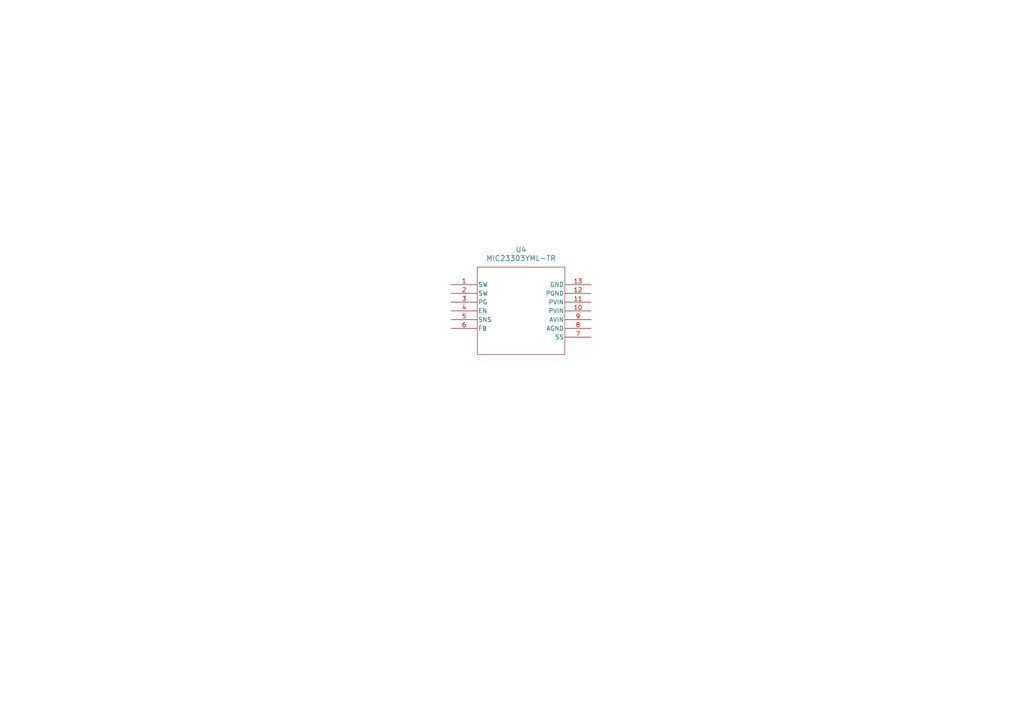
<source format=kicad_sch>
(kicad_sch (version 20231120) (generator "eeschema") (generator_version "8.0")
  (paper "A4")
  (title_block (title "FPGA - SmartFusion2") (company "IFSP - SBV, IFSP - GRU") (comment 2 "WILLIAN BUENO SANTOS") (comment 3 "ISRAEL RODRIGUES") (comment 4 "ADRIANO CÉSAR DE SOUSA PEREIRA"))
  (lib_symbols
    (symbol "2024-03-23_21-51-05:MIC23303YML-TR" (pin_names (offset 0.254))
      (property "Reference" "U" (at 20.32 10.16 0))
      (property "Value" "MIC23303YML-TR" (at 20.32 7.62 0))
      (symbol "MIC23303YML-TR_0_1"
        (polyline (pts (xy 7.62 -20.32) (xy 33.02 -20.32)) (stroke (width 0.127)))
        (polyline (pts (xy 7.62 5.08) (xy 7.62 -20.32)) (stroke (width 0.127)))
        (polyline (pts (xy 33.02 -20.32) (xy 33.02 5.08)) (stroke (width 0.127)))
        (polyline (pts (xy 33.02 5.08) (xy 7.62 5.08)) (stroke (width 0.127)))
        (pin output line (at 0 0 0) (length 7.62) (name "SW") (number "1"))
        (pin power_in line (at 40.64 -7.62 180) (length 7.62) (name "PVIN") (number "10"))
        (pin power_in line (at 40.64 -5.08 180) (length 7.62) (name "PVIN") (number "11"))
        (pin power_out line (at 40.64 -2.54 180) (length 7.62) (name "PGND") (number "12"))
        (pin power_out line (at 40.64 0 180) (length 7.62) (name "GND") (number "13"))
        (pin output line (at 0 -2.54 0) (length 7.62) (name "SW") (number "2"))
        (pin output line (at 0 -5.08 0) (length 7.62) (name "PG") (number "3"))
        (pin input line (at 0 -7.62 0) (length 7.62) (name "EN") (number "4"))
        (pin unspecified line (at 0 -10.16 0) (length 7.62) (name "SNS") (number "5"))
        (pin input line (at 0 -12.7 0) (length 7.62) (name "FB") (number "6"))
        (pin input line (at 40.64 -15.24 180) (length 7.62) (name "SS") (number "7"))
        (pin power_out line (at 40.64 -12.7 180) (length 7.62) (name "AGND") (number "8"))
        (pin power_in line (at 40.64 -10.16 180) (length 7.62) (name "AVIN") (number "9"))
      )
    )
  )
  (symbol (lib_id "2024-03-23_21-51-05:MIC23303YML-TR") (at 130.81 82.55 0) (unit 1)
    (property "Reference" "U4" (at 151.13 72.39 0) (effects (font (size 1.524 1.524))))
    (property "Value" "MIC23303YML-TR" (at 151.13 74.93 0) (effects (font (size 1.524 1.524))))
    (property "Datasheet" "MIC23303YML-TR" (effects (hide yes)))
  )
)
</source>
